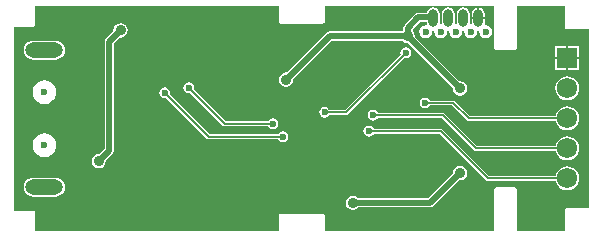
<source format=gbl>
G04*
G04 #@! TF.GenerationSoftware,Altium Limited,Altium Designer,20.2.6 (244)*
G04*
G04 Layer_Physical_Order=2*
G04 Layer_Color=16711680*
%FSLAX25Y25*%
%MOIN*%
G70*
G04*
G04 #@! TF.SameCoordinates,1A3BA952-A66C-493A-B53E-150E5816C36F*
G04*
G04*
G04 #@! TF.FilePolarity,Positive*
G04*
G01*
G75*
G04:AMPARAMS|DCode=43|XSize=31.5mil|YSize=59.06mil|CornerRadius=15.75mil|HoleSize=0mil|Usage=FLASHONLY|Rotation=0.000|XOffset=0mil|YOffset=0mil|HoleType=Round|Shape=RoundedRectangle|*
%AMROUNDEDRECTD43*
21,1,0.03150,0.02756,0,0,0.0*
21,1,0.00000,0.05906,0,0,0.0*
1,1,0.03150,0.00000,-0.01378*
1,1,0.03150,0.00000,-0.01378*
1,1,0.03150,0.00000,0.01378*
1,1,0.03150,0.00000,0.01378*
%
%ADD43ROUNDEDRECTD43*%
%ADD45C,0.00598*%
%ADD46C,0.02000*%
%ADD48C,0.02362*%
%ADD49O,0.12598X0.05118*%
%ADD50R,0.06791X0.06791*%
%ADD51C,0.06791*%
%ADD52C,0.03543*%
G36*
X184335Y68898D02*
X184396Y68590D01*
X184570Y68330D01*
X184831Y68156D01*
X185138Y68095D01*
X192209D01*
Y8677D01*
X185138D01*
X184831Y8616D01*
X184570Y8442D01*
X184396Y8181D01*
X184335Y7874D01*
Y803D01*
X168224D01*
Y14764D01*
X168163Y15071D01*
X167989Y15331D01*
X167728Y15505D01*
X167421Y15567D01*
X161516D01*
X161209Y15505D01*
X160948Y15331D01*
X160774Y15071D01*
X160713Y14764D01*
X160713Y803D01*
X104248Y803D01*
X104248Y5905D01*
X104186Y6213D01*
X104013Y6473D01*
X103752Y6647D01*
X103445Y6708D01*
X89665Y6708D01*
X89358Y6647D01*
X89098Y6473D01*
X88924Y6213D01*
X88863Y5906D01*
X88863Y803D01*
X7791Y803D01*
Y6890D01*
X7730Y7197D01*
X7556Y7457D01*
X7295Y7631D01*
X6988Y7693D01*
X803D01*
Y69079D01*
X6988D01*
X7295Y69140D01*
X7556Y69314D01*
X7730Y69575D01*
X7791Y69882D01*
Y75969D01*
X88863Y75969D01*
X88863Y70866D01*
X88924Y70559D01*
X89098Y70298D01*
X89358Y70125D01*
X89665Y70063D01*
X103445D01*
X103752Y70125D01*
X104013Y70298D01*
X104186Y70559D01*
X104248Y70866D01*
Y75969D01*
X160713D01*
Y62008D01*
X160774Y61701D01*
X160948Y61440D01*
X161209Y61266D01*
X161516Y61205D01*
X167421D01*
X167728Y61266D01*
X167989Y61440D01*
X168163Y61701D01*
X168224Y62008D01*
Y75969D01*
X184335D01*
Y68898D01*
D02*
G37*
%LPC*%
G36*
X155732Y75385D02*
Y72149D01*
X157649D01*
Y73228D01*
X157480Y74076D01*
X157000Y74795D01*
X156281Y75275D01*
X155732Y75385D01*
D02*
G37*
G36*
X155134D02*
X154585Y75275D01*
X153866Y74795D01*
X153386Y74076D01*
X153217Y73228D01*
Y72149D01*
X155134D01*
Y75385D01*
D02*
G37*
G36*
X150433Y75444D02*
X149585Y75275D01*
X148866Y74795D01*
X148386Y74076D01*
X148217Y73228D01*
Y70472D01*
X148260Y70257D01*
X147933Y69864D01*
X147606Y70257D01*
X147649Y70472D01*
Y73228D01*
X147480Y74076D01*
X147000Y74795D01*
X146281Y75275D01*
X145433Y75444D01*
X144585Y75275D01*
X143866Y74795D01*
X143386Y74076D01*
X143217Y73228D01*
Y70472D01*
X143260Y70257D01*
X142933Y69864D01*
X142606Y70257D01*
X142649Y70472D01*
Y73228D01*
X142480Y74076D01*
X142000Y74795D01*
X141281Y75275D01*
X140433Y75444D01*
X139585Y75275D01*
X138866Y74795D01*
X138386Y74076D01*
X138306Y73675D01*
X135433D01*
X134848Y73558D01*
X134352Y73227D01*
X130854Y69729D01*
X130522Y69233D01*
X130406Y68648D01*
Y67804D01*
X130181Y67654D01*
X130061Y67474D01*
X105905D01*
X105320Y67358D01*
X104824Y67026D01*
X91550Y53752D01*
X91339Y53794D01*
X90414Y53610D01*
X89630Y53087D01*
X89106Y52303D01*
X88922Y51378D01*
X89106Y50453D01*
X89630Y49669D01*
X90414Y49145D01*
X91339Y48961D01*
X92263Y49145D01*
X93047Y49669D01*
X93571Y50453D01*
X93755Y51378D01*
X93713Y51590D01*
X106539Y64416D01*
X130061D01*
X130181Y64236D01*
X130965Y63712D01*
X131890Y63528D01*
X132101Y63570D01*
X146996Y48676D01*
X146953Y48465D01*
X147137Y47540D01*
X147661Y46756D01*
X148445Y46232D01*
X149370Y46048D01*
X150295Y46232D01*
X151079Y46756D01*
X151603Y47540D01*
X151787Y48465D01*
X151603Y49389D01*
X151079Y50173D01*
X150295Y50697D01*
X149370Y50881D01*
X149159Y50839D01*
X134264Y65733D01*
X134306Y65945D01*
X134122Y66870D01*
X133598Y67654D01*
X133631Y68181D01*
X136067Y70616D01*
X138217D01*
Y70472D01*
X138322Y69943D01*
X137933Y69511D01*
X137088Y69343D01*
X136372Y68864D01*
X135893Y68148D01*
X135725Y67303D01*
X135893Y66458D01*
X136372Y65742D01*
X137088Y65263D01*
X137933Y65095D01*
X138778Y65263D01*
X139494Y65742D01*
X139973Y66458D01*
X140141Y67303D01*
X140124Y67387D01*
X140433Y67763D01*
X140742Y67387D01*
X140725Y67303D01*
X140893Y66458D01*
X141372Y65742D01*
X142088Y65263D01*
X142933Y65095D01*
X143778Y65263D01*
X144494Y65742D01*
X144973Y66458D01*
X145141Y67303D01*
X145124Y67387D01*
X145433Y67763D01*
X145742Y67387D01*
X145725Y67303D01*
X145893Y66458D01*
X146372Y65742D01*
X147088Y65263D01*
X147933Y65095D01*
X148778Y65263D01*
X149494Y65742D01*
X149973Y66458D01*
X150141Y67303D01*
X150124Y67387D01*
X150433Y67763D01*
X150742Y67387D01*
X150725Y67303D01*
X150893Y66458D01*
X151372Y65742D01*
X152088Y65263D01*
X152933Y65095D01*
X153778Y65263D01*
X154494Y65742D01*
X154973Y66458D01*
X155141Y67303D01*
X155124Y67387D01*
X155433Y67763D01*
X155742Y67387D01*
X155725Y67303D01*
X155893Y66458D01*
X156372Y65742D01*
X157088Y65263D01*
X157933Y65095D01*
X158778Y65263D01*
X159494Y65742D01*
X159973Y66458D01*
X160141Y67303D01*
X159973Y68148D01*
X159494Y68864D01*
X158778Y69343D01*
X157933Y69511D01*
X157544Y69943D01*
X157649Y70472D01*
Y71551D01*
X155433D01*
X153217D01*
Y70472D01*
X153260Y70257D01*
X152933Y69864D01*
X152606Y70257D01*
X152649Y70472D01*
Y73228D01*
X152480Y74076D01*
X152000Y74795D01*
X151281Y75275D01*
X150433Y75444D01*
D02*
G37*
G36*
X36220Y70231D02*
X35296Y70047D01*
X34512Y69524D01*
X33988Y68740D01*
X33804Y67815D01*
X33846Y67603D01*
X31399Y65156D01*
X31067Y64660D01*
X30951Y64075D01*
Y29137D01*
X30852Y28642D01*
Y28291D01*
X29149Y26587D01*
X28937Y26629D01*
X28012Y26445D01*
X27228Y25921D01*
X26704Y25137D01*
X26520Y24213D01*
X26704Y23288D01*
X27228Y22504D01*
X28012Y21980D01*
X28937Y21796D01*
X29862Y21980D01*
X30646Y22504D01*
X31170Y23288D01*
X31354Y24213D01*
X31311Y24424D01*
X33463Y26576D01*
X33795Y27072D01*
X33911Y27657D01*
Y28147D01*
X34010Y28642D01*
Y63441D01*
X36009Y65440D01*
X36220Y65398D01*
X37145Y65582D01*
X37929Y66106D01*
X38453Y66890D01*
X38637Y67815D01*
X38453Y68740D01*
X37929Y69524D01*
X37145Y70047D01*
X36220Y70231D01*
D02*
G37*
G36*
X189132Y62459D02*
X185437D01*
Y58764D01*
X189132D01*
Y62459D01*
D02*
G37*
G36*
X184839D02*
X181144D01*
Y58764D01*
X184839D01*
Y62459D01*
D02*
G37*
G36*
X131299Y62156D02*
X130605Y62018D01*
X130016Y61624D01*
X129623Y61036D01*
X129485Y60342D01*
X129595Y59789D01*
X111073Y41268D01*
X105789D01*
X105476Y41736D01*
X104887Y42129D01*
X104193Y42267D01*
X103499Y42129D01*
X102910Y41736D01*
X102517Y41147D01*
X102378Y40453D01*
X102517Y39758D01*
X102910Y39170D01*
X103499Y38776D01*
X104193Y38638D01*
X104887Y38776D01*
X105476Y39170D01*
X105789Y39638D01*
X111410D01*
X111722Y39700D01*
X111987Y39877D01*
X130747Y58637D01*
X131299Y58527D01*
X131993Y58665D01*
X132582Y59058D01*
X132975Y59647D01*
X133114Y60342D01*
X132975Y61036D01*
X132582Y61624D01*
X131993Y62018D01*
X131299Y62156D01*
D02*
G37*
G36*
X14567Y64405D02*
X7087D01*
X6262Y64297D01*
X5494Y63978D01*
X4835Y63472D01*
X4329Y62813D01*
X4010Y62045D01*
X3902Y61221D01*
X4010Y60396D01*
X4329Y59628D01*
X4835Y58969D01*
X5494Y58462D01*
X6262Y58144D01*
X7087Y58036D01*
X14567D01*
X15391Y58144D01*
X16159Y58462D01*
X16819Y58969D01*
X17325Y59628D01*
X17643Y60396D01*
X17752Y61221D01*
X17643Y62045D01*
X17325Y62813D01*
X16819Y63472D01*
X16159Y63978D01*
X15391Y64297D01*
X14567Y64405D01*
D02*
G37*
G36*
X189132Y58165D02*
X185437D01*
Y54470D01*
X189132D01*
Y58165D01*
D02*
G37*
G36*
X184839D02*
X181144D01*
Y54470D01*
X184839D01*
Y58165D01*
D02*
G37*
G36*
X185138Y52493D02*
X184095Y52356D01*
X183124Y51953D01*
X182289Y51313D01*
X181649Y50479D01*
X181246Y49507D01*
X181109Y48465D01*
X181246Y47422D01*
X181649Y46450D01*
X182289Y45616D01*
X183124Y44976D01*
X184095Y44573D01*
X185138Y44436D01*
X186180Y44573D01*
X187152Y44976D01*
X187986Y45616D01*
X188627Y46450D01*
X189029Y47422D01*
X189166Y48465D01*
X189029Y49507D01*
X188627Y50479D01*
X187986Y51313D01*
X187152Y51953D01*
X186180Y52356D01*
X185138Y52493D01*
D02*
G37*
G36*
X10827Y51215D02*
X9799Y51080D01*
X8841Y50683D01*
X8019Y50052D01*
X7388Y49230D01*
X6991Y48272D01*
X6856Y47244D01*
X6991Y46216D01*
X7388Y45259D01*
X8019Y44436D01*
X8841Y43805D01*
X9799Y43408D01*
X10827Y43273D01*
X11855Y43408D01*
X12812Y43805D01*
X13635Y44436D01*
X14266Y45259D01*
X14662Y46216D01*
X14798Y47244D01*
X14662Y48272D01*
X14266Y49230D01*
X13635Y50052D01*
X12812Y50683D01*
X11855Y51080D01*
X10827Y51215D01*
D02*
G37*
G36*
X58957Y50436D02*
X58262Y50298D01*
X57674Y49905D01*
X57280Y49316D01*
X57142Y48622D01*
X57280Y47928D01*
X57674Y47339D01*
X58262Y46946D01*
X58957Y46808D01*
X59509Y46918D01*
X70388Y36038D01*
X70653Y35861D01*
X70965Y35799D01*
X85401D01*
X85713Y35331D01*
X86302Y34938D01*
X86996Y34800D01*
X87691Y34938D01*
X88279Y35331D01*
X88673Y35920D01*
X88811Y36614D01*
X88673Y37308D01*
X88279Y37897D01*
X87691Y38290D01*
X86996Y38429D01*
X86302Y38290D01*
X85713Y37897D01*
X85401Y37429D01*
X71302D01*
X60661Y48070D01*
X60771Y48622D01*
X60633Y49316D01*
X60240Y49905D01*
X59651Y50298D01*
X58957Y50436D01*
D02*
G37*
G36*
X137697Y45417D02*
X137003Y45279D01*
X136414Y44885D01*
X136021Y44297D01*
X135882Y43602D01*
X136021Y42908D01*
X136414Y42319D01*
X137003Y41926D01*
X137697Y41788D01*
X138391Y41926D01*
X138980Y42319D01*
X139293Y42788D01*
X146710D01*
X151609Y37888D01*
X151873Y37712D01*
X152185Y37650D01*
X181217D01*
X181246Y37422D01*
X181649Y36450D01*
X182289Y35616D01*
X183124Y34976D01*
X184095Y34573D01*
X185138Y34436D01*
X186180Y34573D01*
X187152Y34976D01*
X187986Y35616D01*
X188627Y36450D01*
X189029Y37422D01*
X189166Y38465D01*
X189029Y39507D01*
X188627Y40479D01*
X187986Y41313D01*
X187152Y41953D01*
X186180Y42356D01*
X185138Y42493D01*
X184095Y42356D01*
X183124Y41953D01*
X182289Y41313D01*
X181649Y40479D01*
X181246Y39507D01*
X181217Y39279D01*
X152523D01*
X147624Y44179D01*
X147359Y44355D01*
X147047Y44417D01*
X139293D01*
X138980Y44885D01*
X138391Y45279D01*
X137697Y45417D01*
D02*
G37*
G36*
X50886Y48862D02*
X50191Y48724D01*
X49603Y48330D01*
X49209Y47742D01*
X49071Y47047D01*
X49209Y46353D01*
X49603Y45764D01*
X50191Y45371D01*
X50886Y45233D01*
X51438Y45343D01*
X65073Y31707D01*
X65338Y31531D01*
X65650Y31469D01*
X88649D01*
X88961Y31001D01*
X89550Y30607D01*
X90244Y30469D01*
X90939Y30607D01*
X91527Y31001D01*
X91921Y31589D01*
X92059Y32283D01*
X91921Y32978D01*
X91527Y33566D01*
X90939Y33960D01*
X90244Y34098D01*
X89550Y33960D01*
X88961Y33566D01*
X88649Y33098D01*
X65987D01*
X52590Y46495D01*
X52700Y47047D01*
X52562Y47742D01*
X52169Y48330D01*
X51580Y48724D01*
X50886Y48862D01*
D02*
G37*
G36*
X10827Y33498D02*
X9799Y33363D01*
X8841Y32967D01*
X8019Y32335D01*
X7388Y31513D01*
X6991Y30555D01*
X6856Y29528D01*
X6991Y28500D01*
X7388Y27542D01*
X8019Y26720D01*
X8841Y26089D01*
X9799Y25692D01*
X10827Y25557D01*
X11855Y25692D01*
X12812Y26089D01*
X13635Y26720D01*
X14266Y27542D01*
X14662Y28500D01*
X14798Y29528D01*
X14662Y30555D01*
X14266Y31513D01*
X13635Y32335D01*
X12812Y32967D01*
X11855Y33363D01*
X10827Y33498D01*
D02*
G37*
G36*
X120422Y41294D02*
X119727Y41156D01*
X119139Y40763D01*
X118745Y40174D01*
X118607Y39480D01*
X118745Y38786D01*
X119139Y38197D01*
X119727Y37804D01*
X120422Y37666D01*
X121116Y37804D01*
X121705Y38197D01*
X122017Y38665D01*
X143293D01*
X154069Y27888D01*
X154334Y27712D01*
X154646Y27650D01*
X181217D01*
X181246Y27422D01*
X181649Y26450D01*
X182289Y25616D01*
X183124Y24976D01*
X184095Y24573D01*
X185138Y24436D01*
X186180Y24573D01*
X187152Y24976D01*
X187986Y25616D01*
X188627Y26450D01*
X189029Y27422D01*
X189166Y28465D01*
X189029Y29507D01*
X188627Y30479D01*
X187986Y31313D01*
X187152Y31953D01*
X186180Y32356D01*
X185138Y32493D01*
X184095Y32356D01*
X183124Y31953D01*
X182289Y31313D01*
X181649Y30479D01*
X181246Y29507D01*
X181217Y29279D01*
X154983D01*
X144207Y40056D01*
X143942Y40233D01*
X143630Y40295D01*
X122017D01*
X121705Y40763D01*
X121116Y41156D01*
X120422Y41294D01*
D02*
G37*
G36*
X149370Y22722D02*
X148445Y22538D01*
X147661Y22014D01*
X147137Y21230D01*
X146953Y20305D01*
X146996Y20094D01*
X138766Y11864D01*
X115470D01*
X115350Y12043D01*
X114567Y12567D01*
X113642Y12751D01*
X112717Y12567D01*
X111933Y12043D01*
X111409Y11259D01*
X111225Y10335D01*
X111409Y9410D01*
X111933Y8626D01*
X112717Y8102D01*
X113642Y7918D01*
X114567Y8102D01*
X115350Y8626D01*
X115470Y8805D01*
X139399D01*
X139985Y8922D01*
X140481Y9253D01*
X149159Y17931D01*
X149370Y17889D01*
X150295Y18073D01*
X151079Y18597D01*
X151603Y19381D01*
X151787Y20305D01*
X151603Y21230D01*
X151079Y22014D01*
X150295Y22538D01*
X149370Y22722D01*
D02*
G37*
G36*
X118957Y35988D02*
X118262Y35849D01*
X117674Y35456D01*
X117280Y34868D01*
X117142Y34173D01*
X117280Y33479D01*
X117674Y32890D01*
X118262Y32497D01*
X118957Y32359D01*
X119651Y32497D01*
X120240Y32890D01*
X120552Y33358D01*
X142556D01*
X158026Y17888D01*
X158291Y17712D01*
X158602Y17650D01*
X181217D01*
X181246Y17422D01*
X181649Y16450D01*
X182289Y15616D01*
X183124Y14976D01*
X184095Y14573D01*
X185138Y14436D01*
X186180Y14573D01*
X187152Y14976D01*
X187986Y15616D01*
X188627Y16450D01*
X189029Y17422D01*
X189166Y18465D01*
X189029Y19507D01*
X188627Y20479D01*
X187986Y21313D01*
X187152Y21953D01*
X186180Y22356D01*
X185138Y22493D01*
X184095Y22356D01*
X183124Y21953D01*
X182289Y21313D01*
X181649Y20479D01*
X181246Y19507D01*
X181217Y19279D01*
X158940D01*
X143470Y34749D01*
X143205Y34926D01*
X142894Y34988D01*
X120552D01*
X120240Y35456D01*
X119651Y35849D01*
X118957Y35988D01*
D02*
G37*
G36*
X14567Y18736D02*
X7087D01*
X6262Y18627D01*
X5494Y18309D01*
X4835Y17803D01*
X4329Y17143D01*
X4010Y16375D01*
X3902Y15551D01*
X4010Y14727D01*
X4329Y13959D01*
X4835Y13299D01*
X5494Y12793D01*
X6262Y12475D01*
X7087Y12366D01*
X14567D01*
X15391Y12475D01*
X16159Y12793D01*
X16819Y13299D01*
X17325Y13959D01*
X17643Y14727D01*
X17752Y15551D01*
X17643Y16375D01*
X17325Y17143D01*
X16819Y17803D01*
X16159Y18309D01*
X15391Y18627D01*
X14567Y18736D01*
D02*
G37*
%LPD*%
D43*
X140433Y71850D02*
D03*
X145433D02*
D03*
X150433D02*
D03*
X155433D02*
D03*
D45*
X118957Y34173D02*
X142894D01*
X158602Y18465D02*
X185138D01*
X142894Y34173D02*
X158602Y18465D01*
X120422Y39480D02*
X143630D01*
X154646Y28465D02*
X185138D01*
X143630Y39480D02*
X154646Y28465D01*
X152185Y38465D02*
X185138D01*
X137697Y43602D02*
X147047D01*
X152185Y38465D01*
X86996Y36614D02*
X87193D01*
X70965D02*
X86996D01*
X50886Y47047D02*
X65650Y32283D01*
X90244D01*
X58957Y48622D02*
X70965Y36614D01*
X104193Y40453D02*
X111410D01*
X131299Y60342D02*
Y60342D01*
X111410Y40453D02*
X131299Y60342D01*
D46*
X135433Y72145D02*
X140433D01*
X139399Y10335D02*
X149370Y20305D01*
X113642Y10335D02*
X139399D01*
X91339Y51378D02*
Y51378D01*
X105905Y65945D02*
X131890D01*
X91339Y51378D02*
X105905Y65945D01*
X131935Y68648D02*
X135433Y72145D01*
X131890Y65945D02*
X131935Y65990D01*
Y68648D01*
X131890Y65945D02*
X149370Y48465D01*
X32480Y28642D02*
Y64075D01*
X28937Y24213D02*
X32382Y27657D01*
Y28642D01*
X32480D01*
X36220Y67815D02*
X36220D01*
X32480Y64075D02*
X36220Y67815D01*
D48*
X10827Y29528D02*
D03*
Y47244D02*
D03*
X137933Y67303D02*
D03*
X142933D02*
D03*
X147933D02*
D03*
X152933D02*
D03*
X157933D02*
D03*
X139399Y36909D02*
D03*
X144803Y20305D02*
D03*
X159843Y23622D02*
D03*
X90244Y32283D02*
D03*
X137697Y43602D02*
D03*
X104193Y40453D02*
D03*
X120422Y39480D02*
D03*
X86996Y36614D02*
D03*
X118957Y34173D02*
D03*
X190849Y16726D02*
D03*
Y41530D02*
D03*
Y66334D02*
D03*
X74410Y34437D02*
D03*
X83760D02*
D03*
X111410Y37894D02*
D03*
X120422Y44488D02*
D03*
X111811D02*
D03*
X83760Y26772D02*
D03*
X85766Y51575D02*
D03*
X158976Y63465D02*
D03*
X164272Y59646D02*
D03*
X134646Y25591D02*
D03*
X140807Y7776D02*
D03*
X129528Y22835D02*
D03*
X129331Y62894D02*
D03*
X146063Y40945D02*
D03*
X143307Y47343D02*
D03*
X107678Y16732D02*
D03*
X146752Y55315D02*
D03*
X143307Y58858D02*
D03*
X139961Y62343D02*
D03*
X124665Y36850D02*
D03*
X115748Y40846D02*
D03*
X103740Y30610D02*
D03*
X126772D02*
D03*
Y52362D02*
D03*
X103740Y53543D02*
D03*
X116988Y70079D02*
D03*
X113642Y53543D02*
D03*
X119744Y13878D02*
D03*
X116791Y30610D02*
D03*
X131299Y60342D02*
D03*
X96457Y68209D02*
D03*
X159172Y74410D02*
D03*
X171653Y41043D02*
D03*
X131890Y74410D02*
D03*
X180121Y74409D02*
D03*
X157286Y2559D02*
D03*
X159843Y41530D02*
D03*
X83664Y16732D02*
D03*
X74114Y45177D02*
D03*
X107678Y74409D02*
D03*
X96457Y8563D02*
D03*
X159843Y32283D02*
D03*
X177362Y33760D02*
D03*
X132482Y2559D02*
D03*
X77067Y51575D02*
D03*
X171653Y25591D02*
D03*
X83664Y74409D02*
D03*
X107678Y2559D02*
D03*
X55216Y17520D02*
D03*
X36516Y61713D02*
D03*
X34056Y13583D02*
D03*
X40650Y42323D02*
D03*
X57284Y45472D02*
D03*
X60433Y41043D02*
D03*
X62500Y50591D02*
D03*
X58957Y48622D02*
D03*
X50886Y47047D02*
D03*
X64075Y26673D02*
D03*
X21063Y29528D02*
D03*
X58366Y59646D02*
D03*
X69291Y51772D02*
D03*
X48327Y49606D02*
D03*
X48228Y72244D02*
D03*
X14665Y52165D02*
D03*
X21063Y47244D02*
D03*
Y57284D02*
D03*
X29232Y52756D02*
D03*
X35335Y25787D02*
D03*
X64764Y17520D02*
D03*
X59941Y11614D02*
D03*
X58661Y25197D02*
D03*
X50886Y37402D02*
D03*
X180121Y2559D02*
D03*
X83664D02*
D03*
X58860D02*
D03*
X34056D02*
D03*
X9252D02*
D03*
X2362Y13582D02*
D03*
Y38386D02*
D03*
Y63190D02*
D03*
X58860Y74409D02*
D03*
X34056D02*
D03*
X9252D02*
D03*
D49*
X10827Y15551D02*
D03*
Y61221D02*
D03*
D50*
X185138Y58465D02*
D03*
D51*
Y48465D02*
D03*
Y38465D02*
D03*
Y28465D02*
D03*
Y18465D02*
D03*
D52*
X149370Y20305D02*
D03*
X113642Y10335D02*
D03*
X149370Y48465D02*
D03*
X131890Y65945D02*
D03*
X91339Y51378D02*
D03*
X36220Y67815D02*
D03*
X28937Y24213D02*
D03*
M02*

</source>
